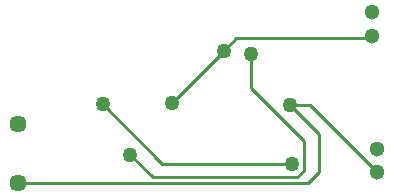
<source format=gbl>
G04*
G04 #@! TF.GenerationSoftware,Altium Limited,Altium Designer,25.0.2 (28)*
G04*
G04 Layer_Physical_Order=2*
G04 Layer_Color=16711680*
%FSLAX44Y44*%
%MOMM*%
G71*
G04*
G04 #@! TF.SameCoordinates,4808E630-E1AA-40A3-BC65-94F3982335E7*
G04*
G04*
G04 #@! TF.FilePolarity,Positive*
G04*
G01*
G75*
%ADD13C,0.2540*%
%ADD45C,1.3000*%
%ADD46C,1.4500*%
%ADD47C,1.2700*%
D13*
X762508Y539242D02*
X877570D01*
Y541020D01*
X751586Y528320D02*
X762508Y539242D01*
X577520Y416800D02*
X822960D01*
X832492Y426332D01*
Y458082D01*
X808228Y482346D02*
X832492Y458082D01*
X824804Y482346D02*
X881380Y425770D01*
X808228Y482346D02*
X824804D01*
X708000Y484734D02*
X751586Y528320D01*
X649130Y483421D02*
X699481Y433070D01*
X809752D01*
X672338Y440690D02*
X691642Y421386D01*
X814070D01*
X819404Y426720D01*
Y452120D01*
X774700Y496824D02*
X819404Y452120D01*
X774700Y496824D02*
Y525780D01*
D45*
X877570Y561020D02*
D03*
Y541020D02*
D03*
X881380Y445770D02*
D03*
Y425770D02*
D03*
D46*
X577520Y466800D02*
D03*
Y416800D02*
D03*
D47*
X808228Y482346D02*
D03*
X708000Y484734D02*
D03*
X751586Y528320D02*
D03*
X649130Y483421D02*
D03*
X809752Y433070D02*
D03*
X672338Y440690D02*
D03*
X774700Y525780D02*
D03*
M02*

</source>
